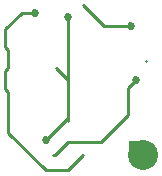
<source format=gbl>
G04 #@! TF.FileFunction,Copper,L2,Bot,Signal*
%FSLAX46Y46*%
G04 Gerber Fmt 4.6, Leading zero omitted, Abs format (unit mm)*
G04 Created by KiCad (PCBNEW (2015-08-15 BZR 6092)-product) date 3/20/2016 7:48:22 PM*
%MOMM*%
G01*
G04 APERTURE LIST*
%ADD10C,0.100000*%
%ADD11R,1.270000X1.270000*%
%ADD12C,2.540000*%
%ADD13C,0.685800*%
%ADD14C,0.254000*%
G04 APERTURE END LIST*
D10*
D11*
X216535000Y-100965000D03*
D12*
X217170000Y-101600000D03*
D13*
X210820000Y-89916000D03*
X208915000Y-100330000D03*
X216535000Y-95250000D03*
X208026000Y-89535000D03*
X216154000Y-90678000D03*
D14*
X217420000Y-93650000D02*
X217420000Y-93595000D01*
X210820000Y-89916000D02*
X210820000Y-95250000D01*
X210820000Y-95250000D02*
X210820000Y-98425000D01*
X210820000Y-98425000D02*
X208915000Y-100330000D01*
X210820000Y-98679000D02*
X210820000Y-95250000D01*
X209804000Y-94234000D02*
X210820000Y-95250000D01*
X209550000Y-101600000D02*
X209677000Y-101600000D01*
X209677000Y-101600000D02*
X210820000Y-100457000D01*
X215900000Y-95885000D02*
X216535000Y-95250000D01*
X215900000Y-98171000D02*
X215900000Y-95885000D01*
X213614000Y-100457000D02*
X215900000Y-98171000D01*
X210820000Y-100457000D02*
X213614000Y-100457000D01*
X210820000Y-102870000D02*
X212090000Y-101600000D01*
X208915000Y-102870000D02*
X210820000Y-102870000D01*
X205740000Y-99695000D02*
X208915000Y-102870000D01*
X205740000Y-96266000D02*
X205740000Y-99695000D01*
X205486000Y-96012000D02*
X205740000Y-96266000D01*
X205486000Y-94488000D02*
X205486000Y-96012000D01*
X205740000Y-94234000D02*
X205486000Y-94488000D01*
X205740000Y-92710000D02*
X205740000Y-94234000D01*
X205486000Y-92456000D02*
X205740000Y-92710000D01*
X205486000Y-90932000D02*
X205486000Y-92456000D01*
X206883000Y-89535000D02*
X205486000Y-90932000D01*
X208026000Y-89535000D02*
X206883000Y-89535000D01*
X213868000Y-90678000D02*
X212090000Y-88900000D01*
X216154000Y-90678000D02*
X213868000Y-90678000D01*
M02*

</source>
